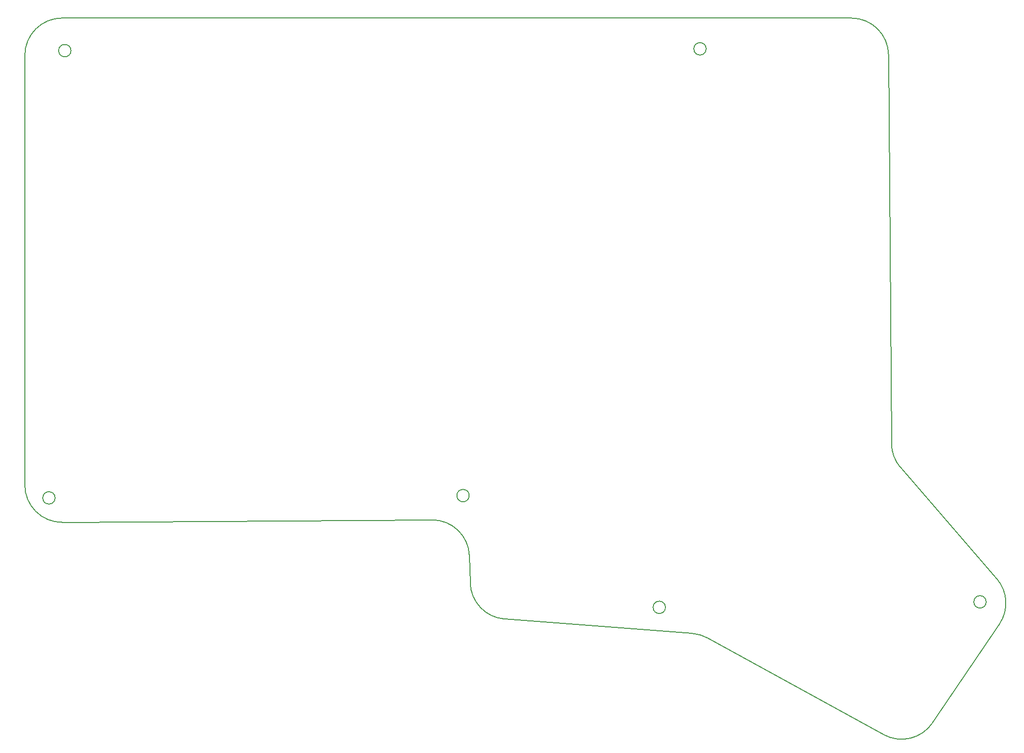
<source format=gbr>
%TF.GenerationSoftware,KiCad,Pcbnew,(6.0.9-0)*%
%TF.CreationDate,2023-01-27T10:49:13-06:00*%
%TF.ProjectId,boardv3,626f6172-6476-4332-9e6b-696361645f70,v1.0.0*%
%TF.SameCoordinates,Original*%
%TF.FileFunction,Profile,NP*%
%FSLAX46Y46*%
G04 Gerber Fmt 4.6, Leading zero omitted, Abs format (unit mm)*
G04 Created by KiCad (PCBNEW (6.0.9-0)) date 2023-01-27 10:49:13*
%MOMM*%
%LPD*%
G01*
G04 APERTURE LIST*
%TA.AperFunction,Profile*%
%ADD10C,0.150000*%
%TD*%
G04 APERTURE END LIST*
D10*
X102271212Y48596710D02*
G75*
G03*
X102271212Y48596710I-1050001J0D01*
G01*
X61931211Y-27553289D02*
G75*
G03*
X61931211Y-27553289I-1050001J0D01*
G01*
X55579908Y-31694357D02*
X-7326737Y-32110959D01*
X62108437Y-42451814D02*
G75*
G03*
X67968503Y-48590774I6347063J192314D01*
G01*
X-8568789Y-27948290D02*
G75*
G03*
X-8568789Y-27948290I-1050001J0D01*
G01*
X-7368791Y53846711D02*
G75*
G03*
X-13718790Y47496709I3J-6350002D01*
G01*
X-7368791Y53846711D02*
X126978611Y53846710D01*
X102483801Y-51814018D02*
G75*
G03*
X99913104Y-51048050I-3057701J-5565282D01*
G01*
X135371564Y-22787956D02*
X151750194Y-41725643D01*
X133328433Y47544286D02*
X133824637Y-18681653D01*
X-13718790Y-25761097D02*
G75*
G03*
X-7326738Y-32110958I6350000J0D01*
G01*
X152206975Y-49437370D02*
X140805951Y-66291845D01*
X152206956Y-49437357D02*
G75*
G03*
X151750194Y-41725643I-5259656J3557857D01*
G01*
X149940941Y-45667786D02*
G75*
G03*
X149940941Y-45667786I-1050000J0D01*
G01*
X61969047Y-37851882D02*
G75*
G03*
X55579907Y-31694358I-6347087J-192338D01*
G01*
X132488556Y-68299321D02*
X102483800Y-51814020D01*
X62108437Y-42451814D02*
X61969047Y-37851882D01*
X95341211Y-46603289D02*
G75*
G03*
X95341211Y-46603289I-1050000J0D01*
G01*
X133824637Y-18681653D02*
G75*
G03*
X135371564Y-22787956I6349763J47553D01*
G01*
X133328432Y47544286D02*
G75*
G03*
X126978611Y53846710I-6349832J-47586D01*
G01*
X-5868789Y48296711D02*
G75*
G03*
X-5868789Y48296711I-1050001J0D01*
G01*
X99913104Y-51048050D02*
X67968502Y-48590774D01*
X-13718790Y-25761097D02*
X-13718789Y47496710D01*
X132488571Y-68299293D02*
G75*
G03*
X140805951Y-66291845I3057729J5565293D01*
G01*
M02*

</source>
